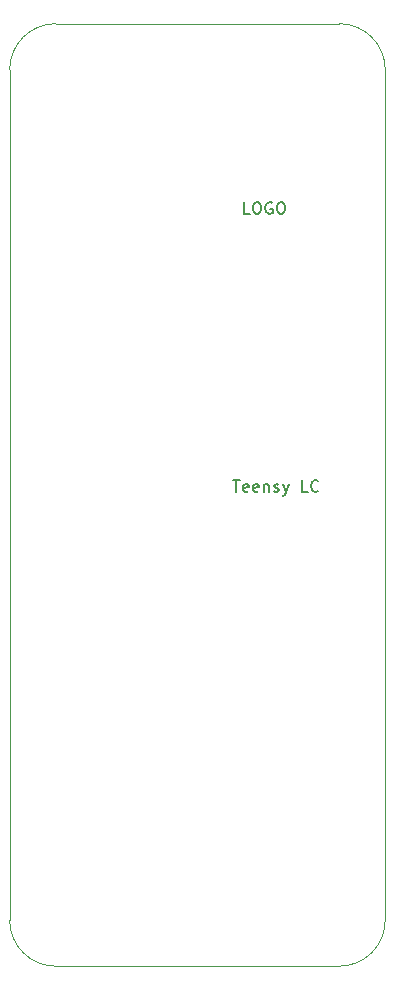
<source format=gbr>
%TF.GenerationSoftware,KiCad,Pcbnew,4.0.5-e0-6337~49~ubuntu16.04.1*%
%TF.CreationDate,2017-01-24T12:31:17-08:00*%
%TF.ProjectId,4x10-Teensy-LC-Breakout,347831302D5465656E73792D4C432D42,1.0*%
%TF.FileFunction,Other,Fab,Top*%
%FSLAX46Y46*%
G04 Gerber Fmt 4.6, Leading zero omitted, Abs format (unit mm)*
G04 Created by KiCad (PCBNEW 4.0.5-e0-6337~49~ubuntu16.04.1) date Tue Jan 24 12:31:17 2017*
%MOMM*%
%LPD*%
G01*
G04 APERTURE LIST*
%ADD10C,0.350000*%
%ADD11C,0.040640*%
%ADD12C,0.150000*%
G04 APERTURE END LIST*
D10*
D11*
X137688320Y-146342280D02*
X161688320Y-146342280D01*
X161688320Y-66542280D02*
X137688320Y-66542280D01*
X133788320Y-70442280D02*
X133788320Y-142442280D01*
X133788326Y-142449087D02*
G75*
G03X137688320Y-146342280I3899994J6807D01*
G01*
X137688320Y-66542280D02*
G75*
G03X133788320Y-70442280I0J-3900000D01*
G01*
X165588320Y-142442280D02*
X165588320Y-70442280D01*
X165588314Y-70435473D02*
G75*
G03X161688320Y-66542280I-3899994J-6807D01*
G01*
X161688320Y-146342280D02*
G75*
G03X165588320Y-142442280I0J3900000D01*
G01*
D12*
X152690653Y-105186461D02*
X153262082Y-105186461D01*
X152976367Y-106186461D02*
X152976367Y-105186461D01*
X153976368Y-106138842D02*
X153881130Y-106186461D01*
X153690653Y-106186461D01*
X153595415Y-106138842D01*
X153547796Y-106043604D01*
X153547796Y-105662651D01*
X153595415Y-105567413D01*
X153690653Y-105519794D01*
X153881130Y-105519794D01*
X153976368Y-105567413D01*
X154023987Y-105662651D01*
X154023987Y-105757890D01*
X153547796Y-105853128D01*
X154833511Y-106138842D02*
X154738273Y-106186461D01*
X154547796Y-106186461D01*
X154452558Y-106138842D01*
X154404939Y-106043604D01*
X154404939Y-105662651D01*
X154452558Y-105567413D01*
X154547796Y-105519794D01*
X154738273Y-105519794D01*
X154833511Y-105567413D01*
X154881130Y-105662651D01*
X154881130Y-105757890D01*
X154404939Y-105853128D01*
X155309701Y-105519794D02*
X155309701Y-106186461D01*
X155309701Y-105615032D02*
X155357320Y-105567413D01*
X155452558Y-105519794D01*
X155595416Y-105519794D01*
X155690654Y-105567413D01*
X155738273Y-105662651D01*
X155738273Y-106186461D01*
X156166844Y-106138842D02*
X156262082Y-106186461D01*
X156452558Y-106186461D01*
X156547797Y-106138842D01*
X156595416Y-106043604D01*
X156595416Y-105995985D01*
X156547797Y-105900747D01*
X156452558Y-105853128D01*
X156309701Y-105853128D01*
X156214463Y-105805509D01*
X156166844Y-105710270D01*
X156166844Y-105662651D01*
X156214463Y-105567413D01*
X156309701Y-105519794D01*
X156452558Y-105519794D01*
X156547797Y-105567413D01*
X156928749Y-105519794D02*
X157166844Y-106186461D01*
X157404940Y-105519794D02*
X157166844Y-106186461D01*
X157071606Y-106424556D01*
X157023987Y-106472175D01*
X156928749Y-106519794D01*
X159023988Y-106186461D02*
X158547797Y-106186461D01*
X158547797Y-105186461D01*
X159928750Y-106091223D02*
X159881131Y-106138842D01*
X159738274Y-106186461D01*
X159643036Y-106186461D01*
X159500178Y-106138842D01*
X159404940Y-106043604D01*
X159357321Y-105948366D01*
X159309702Y-105757890D01*
X159309702Y-105615032D01*
X159357321Y-105424556D01*
X159404940Y-105329318D01*
X159500178Y-105234080D01*
X159643036Y-105186461D01*
X159738274Y-105186461D01*
X159881131Y-105234080D01*
X159928750Y-105281699D01*
X154103225Y-82639161D02*
X153627034Y-82639161D01*
X153627034Y-81639161D01*
X154627034Y-81639161D02*
X154817511Y-81639161D01*
X154912749Y-81686780D01*
X155007987Y-81782018D01*
X155055606Y-81972494D01*
X155055606Y-82305828D01*
X155007987Y-82496304D01*
X154912749Y-82591542D01*
X154817511Y-82639161D01*
X154627034Y-82639161D01*
X154531796Y-82591542D01*
X154436558Y-82496304D01*
X154388939Y-82305828D01*
X154388939Y-81972494D01*
X154436558Y-81782018D01*
X154531796Y-81686780D01*
X154627034Y-81639161D01*
X156007987Y-81686780D02*
X155912749Y-81639161D01*
X155769892Y-81639161D01*
X155627034Y-81686780D01*
X155531796Y-81782018D01*
X155484177Y-81877256D01*
X155436558Y-82067732D01*
X155436558Y-82210590D01*
X155484177Y-82401066D01*
X155531796Y-82496304D01*
X155627034Y-82591542D01*
X155769892Y-82639161D01*
X155865130Y-82639161D01*
X156007987Y-82591542D01*
X156055606Y-82543923D01*
X156055606Y-82210590D01*
X155865130Y-82210590D01*
X156674653Y-81639161D02*
X156865130Y-81639161D01*
X156960368Y-81686780D01*
X157055606Y-81782018D01*
X157103225Y-81972494D01*
X157103225Y-82305828D01*
X157055606Y-82496304D01*
X156960368Y-82591542D01*
X156865130Y-82639161D01*
X156674653Y-82639161D01*
X156579415Y-82591542D01*
X156484177Y-82496304D01*
X156436558Y-82305828D01*
X156436558Y-81972494D01*
X156484177Y-81782018D01*
X156579415Y-81686780D01*
X156674653Y-81639161D01*
M02*

</source>
